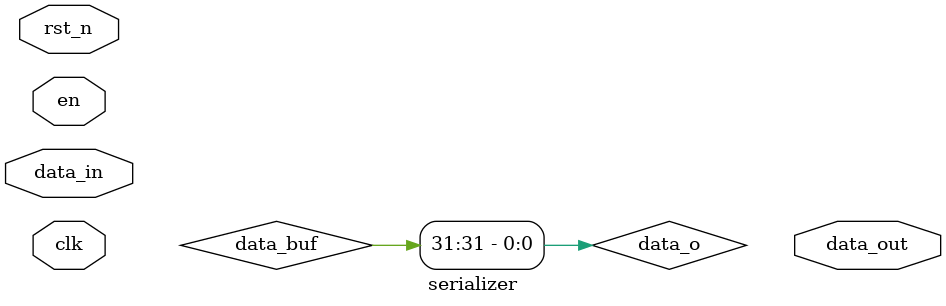
<source format=v>
module serializer
(
    input wire clk,
    input wire rst_n,
    input wire en, //data_i change
    input wire[31:0] data_in,

    output reg data_out
);

reg[31:0] data_buf;
wire clk_out8;

eight_div s1
(
.rst_n(rst_n),
.clk(clk),
.clk_out8(clk_out8)
);

always@(posedge clk or negedge rst_n) begin
    if(!rst_n) begin
        data_o <= 1'b0;
        data_buf <= 32'b0;
    end
    else if(en)
        data_buf <= data_i;
    else
        data_buf <= data_buf << 1;
end

assign data_o = data_buf[31];

endmodule
</source>
